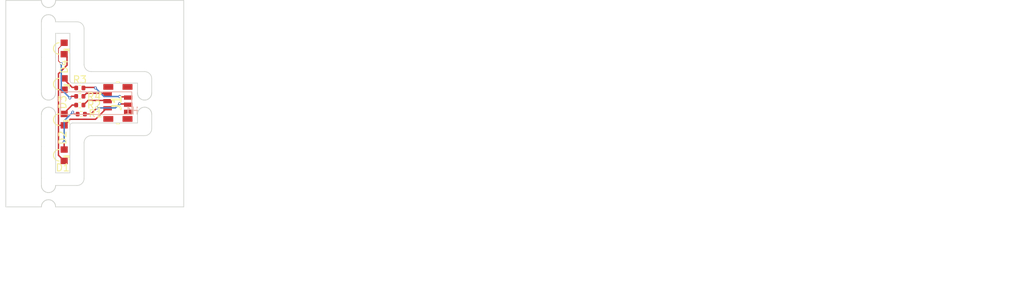
<source format=kicad_pcb>
(kicad_pcb (version 20211014) (generator pcbnew)
  (title_block (title "ATCA Carrier LED PCB") (date "2023-01-05") (rev "1.0") (company "Karlsruhe Institute of Technology (KIT)") (comment 1 "Institute for Data Processing and Electronics (IPE)") (comment 2 "Carsten Schmerbeck") (comment 4 "Licensed under CERN-OHL-P v2"))
  (layers (0 "F.Cu" signal) (31 "B.Cu" signal) (34 "B.Paste" user) (35 "F.Paste" user) (36 "B.SilkS" user "B.Silkscreen") (37 "F.SilkS" user "F.Silkscreen") (38 "B.Mask" user) (39 "F.Mask" user) (44 "Edge.Cuts" user))
  (net 0 "")
  (net 1 "/BLUE")
  (net 2 "Net-(D1-Pad1)")
  (net 3 "/ORG")
  (net 4 "Net-(D2-Pad1)")
  (net 5 "/GRN")
  (net 6 "Net-(D3-Pad1)")
  (net 7 "/RED")
  (net 8 "Net-(D4-Pad1)")
  (net 9 "+5V")
  (footprint "KIT_Mechanical:MouseBite_Double" (layer "F.Cu") (at 112.5 111)
    (fp_text reference "REF**" hide)
    (fp_text value "MouseBite_Double")
    (fp_arc (start -1 1.5) (mid 0 0.5) (end 1 1.5) (layer "Edge.Cuts") (width 0.12))
    (fp_arc (start 1 -1.5) (mid 0 -0.5) (end -1 -1.5) (layer "Edge.Cuts") (width 0.12))
    (pad "" np_thru_hole circle locked (at -1 0.75) (size 0.2 0.2) (drill 0.2) (layers *.Cu *.Mask))
    (pad "" np_thru_hole circle locked (at -1 0.25) (size 0.2 0.2) (drill 0.2) (layers *.Cu *.Mask))
    (pad "" np_thru_hole circle locked (at -1 -0.25) (size 0.2 0.2) (drill 0.2) (layers *.Cu *.Mask))
    (pad "" np_thru_hole circle locked (at -1 -0.75) (size 0.2 0.2) (drill 0.2) (layers *.Cu *.Mask))
    (pad "" np_thru_hole circle locked (at 1 0.75 180) (size 0.2 0.2) (drill 0.2) (layers *.Cu *.Mask))
    (pad "" np_thru_hole circle locked (at 1 -0.25 180) (size 0.2 0.2) (drill 0.2) (layers *.Cu *.Mask))
    (pad "" np_thru_hole circle locked (at 1 0.25 180) (size 0.2 0.2) (drill 0.2) (layers *.Cu *.Mask))
    (pad "" np_thru_hole circle locked (at 1 -0.75 180) (size 0.2 0.2) (drill 0.2) (layers *.Cu *.Mask))
  )
  (footprint "KIT_Mechanical:MouseBite_Double" (layer "F.Cu") (at 99 124)
    (fp_text reference "REF**" hide)
    (fp_text value "MouseBite_Double")
    (fp_arc (start 1 -1.5) (mid 0 -0.5) (end -1 -1.5) (layer "Edge.Cuts") (width 0.12))
    (fp_arc (start -1 1.5) (mid 0 0.5) (end 1 1.5) (layer "Edge.Cuts") (width 0.12))
    (pad "" np_thru_hole circle locked (at -1 -0.75) (size 0.2 0.2) (drill 0.2) (layers *.Cu *.Mask))
    (pad "" np_thru_hole circle locked (at -1 0.25) (size 0.2 0.2) (drill 0.2) (layers *.Cu *.Mask))
    (pad "" np_thru_hole circle locked (at 1 0.25 180) (size 0.2 0.2) (drill 0.2) (layers *.Cu *.Mask))
    (pad "" np_thru_hole circle locked (at 1 -0.75 180) (size 0.2 0.2) (drill 0.2) (layers *.Cu *.Mask))
    (pad "" np_thru_hole circle locked (at -1 -0.25) (size 0.2 0.2) (drill 0.2) (layers *.Cu *.Mask))
    (pad "" np_thru_hole circle locked (at -1 0.75) (size 0.2 0.2) (drill 0.2) (layers *.Cu *.Mask))
    (pad "" np_thru_hole circle locked (at 1 0.75 180) (size 0.2 0.2) (drill 0.2) (layers *.Cu *.Mask))
    (pad "" np_thru_hole circle locked (at 1 -0.25 180) (size 0.2 0.2) (drill 0.2) (layers *.Cu *.Mask))
  )
  (footprint "KIT_LED_SMD:APA1606x" (layer "F.Cu") (at 101.2 108.25 -90)
    (fp_text reference "D3" (at 2.55 0.2 90) (layer "F.SilkS"))
    (fp_text value "GRN")
    (fp_line (start 0.1 0) (end 0.1 -0.7) (layer "F.SilkS") (width 0.15))
    (fp_line (start 0.25 -0.6) (end 0.1 -0.6) (layer "F.SilkS") (width 0.15))
    (fp_line (start 0.25 0) (end 0.1 0) (layer "F.SilkS") (width 0.15))
    (fp_line (start 0.1 -0.7) (end 0.6 -0.7) (layer "F.SilkS") (width 0.15))
    (fp_line (start 0.25 0) (end 0.25 -0.6) (layer "F.SilkS") (width 0.15))
    (fp_arc (start 0.8 0.7) (mid 0 1.5) (end -0.8 0.7) (layer "F.SilkS") (width 0.15))
    (pad "1" smd rect (at -0.8 0 270) (size 0.9 1) (layers "F.Cu" "F.Paste" "F.Mask") (net 6 "Net-(D3-Pad1)"))
    (pad "2" smd rect (at 0.8 0 270) (size 0.9 1) (layers "F.Cu" "F.Paste" "F.Mask") (net 9 "+5V"))
  )
  (footprint "Resistor_SMD:R_0402_1005Metric" (layer "F.Cu") (at 103.4 108.8)
    (fp_text reference "R3" (at 0 -1.17) (layer "F.SilkS"))
    (fp_text value "150")
    (fp_line (start -0.153641 -0.38) (end 0.153641 -0.38) (layer "F.SilkS") (width 0.12))
    (fp_line (start -0.153641 0.38) (end 0.153641 0.38) (layer "F.SilkS") (width 0.12))
    (pad "1" smd roundrect (at -0.51 0) (size 0.54 0.64) (layers "F.Cu" "F.Paste" "F.Mask") (net 6 "Net-(D3-Pad1)"))
    (pad "2" smd roundrect (at 0.51 0) (size 0.54 0.64) (layers "F.Cu" "F.Paste" "F.Mask") (net 5 "/GRN"))
  )
  (footprint "KIT_Mechanical:MouseBite_Double" (layer "F.Cu") (at 99 98)
    (fp_text reference "REF**" hide)
    (fp_text value "MouseBite_Double")
    (fp_arc (start -1 1.5) (mid 0 0.5) (end 1 1.5) (layer "Edge.Cuts") (width 0.12))
    (fp_arc (start 1 -1.5) (mid 0 -0.5) (end -1 -1.5) (layer "Edge.Cuts") (width 0.12))
    (pad "" np_thru_hole circle locked (at 1 -0.75 180) (size 0.2 0.2) (drill 0.2) (layers *.Cu *.Mask))
    (pad "" np_thru_hole circle locked (at -1 -0.75) (size 0.2 0.2) (drill 0.2) (layers *.Cu *.Mask))
    (pad "" np_thru_hole circle locked (at 1 -0.25 180) (size 0.2 0.2) (drill 0.2) (layers *.Cu *.Mask))
    (pad "" np_thru_hole circle locked (at -1 0.25) (size 0.2 0.2) (drill 0.2) (layers *.Cu *.Mask))
    (pad "" np_thru_hole circle locked (at 1 0.25 180) (size 0.2 0.2) (drill 0.2) (layers *.Cu *.Mask))
    (pad "" np_thru_hole circle locked (at -1 0.75) (size 0.2 0.2) (drill 0.2) (layers *.Cu *.Mask))
    (pad "" np_thru_hole circle locked (at -1 -0.25) (size 0.2 0.2) (drill 0.2) (layers *.Cu *.Mask))
    (pad "" np_thru_hole circle locked (at 1 0.75 180) (size 0.2 0.2) (drill 0.2) (layers *.Cu *.Mask))
  )
  (footprint "Resistor_SMD:R_0402_1005Metric" (layer "F.Cu") (at 103.4 111.2)
    (fp_text reference "R2" (at 2 -0.02) (layer "F.SilkS"))
    (fp_text value "150")
    (fp_line (start -0.153641 -0.38) (end 0.153641 -0.38) (layer "F.SilkS") (width 0.12))
    (fp_line (start -0.153641 0.38) (end 0.153641 0.38) (layer "F.SilkS") (width 0.12))
    (pad "1" smd roundrect (at -0.51 0) (size 0.54 0.64) (layers "F.Cu" "F.Paste" "F.Mask") (net 4 "Net-(D2-Pad1)"))
    (pad "2" smd roundrect (at 0.51 0) (size 0.54 0.64) (layers "F.Cu" "F.Paste" "F.Mask") (net 3 "/ORG"))
  )
  (footprint "KIT_Mechanical:MouseBite_Double" (layer "F.Cu") (at 99 111)
    (fp_text reference "REF**" hide)
    (fp_text value "MouseBite_Double")
    (fp_arc (start -1 1.5) (mid 0 0.5) (end 1 1.5) (layer "Edge.Cuts") (width 0.12))
    (fp_arc (start 1 -1.5) (mid 0 -0.5) (end -1 -1.5) (layer "Edge.Cuts") (width 0.12))
    (pad "" np_thru_hole circle locked (at -1 -0.25) (size 0.2 0.2) (drill 0.2) (layers *.Cu *.Mask))
    (pad "" np_thru_hole circle locked (at -1 -0.75) (size 0.2 0.2) (drill 0.2) (layers *.Cu *.Mask))
    (pad "" np_thru_hole circle locked (at -1 0.25) (size 0.2 0.2) (drill 0.2) (layers *.Cu *.Mask))
    (pad "" np_thru_hole circle locked (at 1 0.25 180) (size 0.2 0.2) (drill 0.2) (layers *.Cu *.Mask))
    (pad "" np_thru_hole circle locked (at 1 -0.75 180) (size 0.2 0.2) (drill 0.2) (layers *.Cu *.Mask))
    (pad "" np_thru_hole circle locked (at 1 0.75 180) (size 0.2 0.2) (drill 0.2) (layers *.Cu *.Mask))
    (pad "" np_thru_hole circle locked (at 1 -0.25 180) (size 0.2 0.2) (drill 0.2) (layers *.Cu *.Mask))
    (pad "" np_thru_hole circle locked (at -1 0.75) (size 0.2 0.2) (drill 0.2) (layers *.Cu *.Mask))
  )
  (footprint "KIT_LED_SMD:APA1606x" (layer "F.Cu") (at 101.2 113.25 -90)
    (fp_text reference "D2" (at 2.55 0.2 90) (layer "F.SilkS"))
    (fp_text value "ORG")
    (fp_line (start 0.25 0) (end 0.1 0) (layer "F.SilkS") (width 0.15))
    (fp_line (start 0.1 0) (end 0.1 -0.7) (layer "F.SilkS") (width 0.15))
    (fp_line (start 0.25 0) (end 0.25 -0.6) (layer "F.SilkS") (width 0.15))
    (fp_line (start 0.25 -0.6) (end 0.1 -0.6) (layer "F.SilkS") (width 0.15))
    (fp_line (start 0.1 -0.7) (end 0.6 -0.7) (layer "F.SilkS") (width 0.15))
    (fp_arc (start 0.8 0.7) (mid 0 1.5) (end -0.8 0.7) (layer "F.SilkS") (width 0.15))
    (pad "1" smd rect (at -0.8 0 270) (size 0.9 1) (layers "F.Cu" "F.Paste" "F.Mask") (net 4 "Net-(D2-Pad1)"))
    (pad "2" smd rect (at 0.8 0 270) (size 0.9 1) (layers "F.Cu" "F.Paste" "F.Mask") (net 9 "+5V"))
  )
  (footprint "KIT_LED_SMD:APA1606x" (layer "F.Cu") (at 101.2 103.25 -90)
    (fp_text reference "D4" (at 2.55 0 90) (layer "F.SilkS"))
    (fp_text value "RED")
    (fp_line (start 0.25 0) (end 0.25 -0.6) (layer "F.SilkS") (width 0.15))
    (fp_line (start 0.25 0) (end 0.1 0) (layer "F.SilkS") (width 0.15))
    (fp_line (start 0.25 -0.6) (end 0.1 -0.6) (layer "F.SilkS") (width 0.15))
    (fp_line (start 0.1 -0.7) (end 0.6 -0.7) (layer "F.SilkS") (width 0.15))
    (fp_line (start 0.1 0) (end 0.1 -0.7) (layer "F.SilkS") (width 0.15))
    (fp_arc (start 0.8 0.7) (mid 0 1.5) (end -0.8 0.7) (layer "F.SilkS") (width 0.15))
    (pad "1" smd rect (at -0.8 0 270) (size 0.9 1) (layers "F.Cu" "F.Paste" "F.Mask") (net 8 "Net-(D4-Pad1)"))
    (pad "2" smd rect (at 0.8 0 270) (size 0.9 1) (layers "F.Cu" "F.Paste" "F.Mask") (net 9 "+5V"))
  )
  (footprint "Resistor_SMD:R_0402_1005Metric" (layer "F.Cu") (at 103.4 109.97)
    (fp_text reference "R4" (at 2 0.03) (layer "F.SilkS"))
    (fp_text value "150")
    (fp_line (start -0.153641 0.38) (end 0.153641 0.38) (layer "F.SilkS") (width 0.12))
    (fp_line (start -0.153641 -0.38) (end 0.153641 -0.38) (layer "F.SilkS") (width 0.12))
    (pad "1" smd roundrect (at -0.51 0) (size 0.54 0.64) (layers "F.Cu" "F.Paste" "F.Mask") (net 8 "Net-(D4-Pad1)"))
    (pad "2" smd roundrect (at 0.51 0) (size 0.54 0.64) (layers "F.Cu" "F.Paste" "F.Mask") (net 7 "/RED"))
  )
  (footprint "KIT_LED_SMD:APA1606x" (layer "F.Cu") (at 101.2 118.25 -90)
    (fp_text reference "D1" (at 1.75 0.2) (layer "F.SilkS"))
    (fp_text value "BLUE")
    (fp_line (start 0.1 0) (end 0.1 -0.7) (layer "F.SilkS") (width 0.15))
    (fp_line (start 0.1 -0.7) (end 0.6 -0.7) (layer "F.SilkS") (width 0.15))
    (fp_line (start 0.25 0) (end 0.1 0) (layer "F.SilkS") (width 0.15))
    (fp_line (start 0.25 -0.6) (end 0.1 -0.6) (layer "F.SilkS") (width 0.15))
    (fp_line (start 0.25 0) (end 0.25 -0.6) (layer "F.SilkS") (width 0.15))
    (fp_arc (start 0.8 0.7) (mid 0 1.5) (end -0.8 0.7) (layer "F.SilkS") (width 0.15))
    (pad "1" smd rect (at -0.8 0 270) (size 0.9 1) (layers "F.Cu" "F.Paste" "F.Mask") (net 2 "Net-(D1-Pad1)"))
    (pad "2" smd rect (at 0.8 0 270) (size 0.9 1) (layers "F.Cu" "F.Paste" "F.Mask") (net 9 "+5V"))
  )
  (footprint "Resistor_SMD:R_0402_1005Metric" (layer "F.Cu") (at 103.6 112.47)
    (fp_text reference "R1" (at 2 -0.07) (layer "F.SilkS"))
    (fp_text value "82")
    (fp_line (start -0.153641 0.38) (end 0.153641 0.38) (layer "F.SilkS") (width 0.12))
    (fp_line (start -0.153641 -0.38) (end 0.153641 -0.38) (layer "F.SilkS") (width 0.12))
    (pad "1" smd roundrect (at -0.51 0) (size 0.54 0.64) (layers "F.Cu" "F.Paste" "F.Mask") (net 2 "Net-(D1-Pad1)"))
    (pad "2" smd roundrect (at 0.51 0) (size 0.54 0.64) (layers "F.Cu" "F.Paste" "F.Mask") (net 1 "/BLUE"))
  )
  (footprint "KIT_Connector:50195106501" (layer "F.Cu") (at 108.75 110.9 -90)
    (fp_text reference "J1" (at 0 0.175 90) (layer "F.SilkS") (effects (font (size 1.27 1.27) (thickness 0.254))))
    (fp_text value "501951-0650" hide)
    (fp_line (start -1.2 2.5) (end -1.2 2.5) (layer "F.SilkS") (width 0.2))
    (fp_line (start -1.4 2.5) (end -1.4 2.5) (layer "F.SilkS") (width 0.2))
    (fp_line (start 2.9 -0.2) (end 2.9 0.2) (layer "F.SilkS") (width 0.2))
    (fp_line (start -2.9 -0.2) (end -2.9 0.2) (layer "F.SilkS") (width 0.2))
    (fp_arc (start -1.4 2.5) (mid -1.3 2.4) (end -1.2 2.5) (layer "F.SilkS") (width 0.2))
    (fp_arc (start -1.2 2.5) (mid -1.3 2.6) (end -1.4 2.5) (layer "F.SilkS") (width 0.2))
    (pad "1" smd rect (at -1.25 1.45 270) (size 0.6 1.2) (layers "F.Cu" "F.Paste" "F.Mask") (net 7 "/RED"))
    (pad "2" smd rect (at -0.75 -1.45 270) (size 0.6 1.2) (layers "F.Cu" "F.Paste" "F.Mask") (net 5 "/GRN"))
    (pad "3" smd rect (at -0.25 1.45 270) (size 0.6 1.2) (layers "F.Cu" "F.Paste" "F.Mask") (net 3 "/ORG"))
    (pad "4" smd rect (at 0.25 -1.45 270) (size 0.6 1.2) (layers "F.Cu" "F.Paste" "F.Mask") (net 1 "/BLUE"))
    (pad "5" smd rect (at 0.75 1.45 270) (size 0.6 1.2) (layers "F.Cu" "F.Paste" "F.Mask") (net 9 "+5V"))
    (pad "6" smd rect (at 1.25 -1.45 270) (size 0.6 1.2) (layers "F.Cu" "F.Paste" "F.Mask"))
    (pad "MP1" smd rect (at -2.25 1.35 270) (size 0.8 1.4) (layers "F.Cu" "F.Paste" "F.Mask"))
    (pad "MP2" smd rect (at -2.25 -1.35 270) (size 0.8 1.4) (layers "F.Cu" "F.Paste" "F.Mask"))
    (pad "MP3" smd rect (at 2.25 1.35 270) (size 0.8 1.4) (layers "F.Cu" "F.Paste" "F.Mask"))
    (pad "MP4" smd rect (at 2.25 -1.35 270) (size 0.8 1.4) (layers "F.Cu" "F.Paste" "F.Mask"))
  )
  (footprint "KIT_Mechanical:0.125-5-4910" (layer "B.Cu") (at 110.7 112.52 180)
    (fp_text reference "H1" (at 0 0.5 unlocked) (layer "B.SilkS") (effects (justify mirror)))
    (fp_text value "0.125-5-4910")
    (fp_rect (start 0 0) (end 10 3.18) (layer "B.SilkS") (width 0.12) (fill none))
  )
  (gr_line (start 98 122.5) (end 98 121.5) (layer "Edge.Cuts") (width 0.1))
  (gr_line (start 103 99.5) (end 100 99.5) (layer "Edge.Cuts") (width 0.1))
  (gr_line (start 111.5 112.5) (end 111.5 113.72) (layer "Edge.Cuts") (width 0.1))
  (gr_line (start 93 125.5) (end 98 125.5) (layer "Edge.Cuts") (width 0.1))
  (gr_line (start 102.4 113.72) (end 111.5 113.72) (layer "Edge.Cuts") (width 0.1))
  (gr_line (start 111.5 109.5) (end 111.5 108.12) (layer "Edge.Cuts") (width 0.1))
  (gr_line (start 102.4 108.12) (end 111.5 108.12) (layer "Edge.Cuts") (width 0.1))
  (gr_arc (start 105 106.5) (mid 104.292893 106.207107) (end 104 105.5) (layer "Edge.Cuts") (width 0.1))
  (gr_line (start 98 121.5) (end 98 117) (layer "Edge.Cuts") (width 0.1))
  (gr_line (start 100 117) (end 100 120.72) (layer "Edge.Cuts") (width 0.1))
  (gr_line (start 118 125.5) (end 100 125.5) (layer "Edge.Cuts") (width 0.1))
  (gr_line (start 102 120.72) (end 102 114.12) (layer "Edge.Cuts") (width 0.1))
  (gr_line (start 100 104.5) (end 100 101.12) (layer "Edge.Cuts") (width 0.1))
  (gr_line (start 112.5 115.5) (end 105 115.5) (layer "Edge.Cuts") (width 0.1))
  (gr_line (start 118 96.5) (end 118 125.5) (layer "Edge.Cuts") (width 0.1))
  (gr_line (start 98 109.5) (end 98 104.5) (layer "Edge.Cuts") (width 0.1))
  (gr_line (start 113.5 109.5) (end 113.5 107.5) (layer "Edge.Cuts") (width 0.1))
  (gr_arc (start 103 99.5) (mid 103.707107 99.792893) (end 104 100.5) (layer "Edge.Cuts") (width 0.1))
  (gr_arc (start 102.4 108.12) (mid 102.117157 108.002843) (end 102 107.72) (layer "Edge.Cuts") (width 0.1))
  (gr_line (start 93 125.5) (end 93 96.5) (layer "Edge.Cuts") (width 0.1))
  (gr_arc (start 104 121.5) (mid 103.707107 122.207107) (end 103 122.5) (layer "Edge.Cuts") (width 0.1))
  (gr_line (start 105 106.5) (end 112.5 106.5) (layer "Edge.Cuts") (width 0.1))
  (gr_line (start 98 100.5) (end 98 99.5) (layer "Edge.Cuts") (width 0.1))
  (gr_line (start 98 104.5) (end 98 100.5) (layer "Edge.Cuts") (width 0.1))
  (gr_line (start 104 100.5) (end 104 105.5) (layer "Edge.Cuts") (width 0.1))
  (gr_arc (start 102 114.12) (mid 102.117157 113.837157) (end 102.4 113.72) (layer "Edge.Cuts") (width 0.1))
  (gr_line (start 98 96.5) (end 93 96.5) (layer "Edge.Cuts") (width 0.1))
  (gr_arc (start 104 116.5) (mid 104.292893 115.792893) (end 105 115.5) (layer "Edge.Cuts") (width 0.1))
  (gr_line (start 100 96.5) (end 118 96.5) (layer "Edge.Cuts") (width 0.1))
  (gr_line (start 100 101.12) (end 102 101.12) (layer "Edge.Cuts") (width 0.1))
  (gr_arc (start 113.5 114.5) (mid 113.207107 115.207107) (end 112.5 115.5) (layer "Edge.Cuts") (width 0.1))
  (gr_line (start 104 116.5) (end 104 121.5) (layer "Edge.Cuts") (width 0.1))
  (gr_line (start 98 117) (end 98 112.5) (layer "Edge.Cuts") (width 0.1))
  (gr_line (start 102 101.12) (end 102 107.72) (layer "Edge.Cuts") (width 0.1))
  (gr_line (start 100 104.5) (end 100 109.5) (layer "Edge.Cuts") (width 0.1))
  (gr_line (start 100 112.5) (end 100 117) (layer "Edge.Cuts") (width 0.1))
  (gr_arc (start 112.5 106.5) (mid 113.207107 106.792893) (end 113.5 107.5) (layer "Edge.Cuts") (width 0.1))
  (gr_line (start 100 120.72) (end 102 120.72) (layer "Edge.Cuts") (width 0.1))
  (gr_line (start 100 122.5) (end 103 122.5) (layer "Edge.Cuts") (width 0.1))
  (gr_line (start 113.5 114.5) (end 113.5 112.5) (layer "Edge.Cuts") (width 0.1))
  (segment (start 104.11 112.47) (end 104.93 112.47) (width 0.2) (layer "F.Cu") (net 1))
  (segment (start 104.93 112.47) (end 105.8 111.6) (width 0.2) (layer "F.Cu") (net 1))
  (segment (start 110.15 111.05) (end 109.05 111.05) (width 0.2) (layer "F.Cu") (net 1))
  (segment (start 109.05 111.05) (end 109 111) (width 0.2) (layer "F.Cu") (net 1))
  (via (at 105.8 111.6) (size 0.4) (drill 0.2) (layers "F.Cu" "B.Cu") (net 1))
  (via (at 109 111) (size 0.4) (drill 0.2) (layers "F.Cu" "B.Cu") (net 1))
  (segment (start 108.4 111.6) (end 105.8 111.6) (width 0.2) (layer "B.Cu") (net 1))
  (segment (start 109 111) (end 108.4 111.6) (width 0.2) (layer "B.Cu") (net 1))
  (segment (start 102.4 112.2) (end 102.67 112.47) (width 0.1) (layer "F.Cu") (net 2))
  (segment (start 102.67 112.47) (end 103.09 112.47) (width 0.1) (layer "F.Cu") (net 2))
  (segment (start 101.2 117.45) (end 101.2 116.4) (width 0.2) (layer "F.Cu") (net 2))
  (via (at 101.2 116.4) (size 0.4) (drill 0.2) (layers "F.Cu" "B.Cu") (net 2))
  (via (at 102.4 112.2) (size 0.4) (drill 0.2) (layers "F.Cu" "B.Cu") (net 2))
  (segment (start 102.4 112.2) (end 101.2 113.4) (width 0.2) (layer "B.Cu") (net 2))
  (segment (start 101.2 113.4) (end 101.2 116.4) (width 0.2) (layer "B.Cu") (net 2))
  (segment (start 107.25 110.55) (end 104.56 110.55) (width 0.2) (layer "F.Cu") (net 3))
  (segment (start 104.56 110.55) (end 103.91 111.2) (width 0.2) (layer "F.Cu") (net 3))
  (segment (start 102.89 111.2) (end 102.325 111.2) (width 0.2) (layer "F.Cu") (net 4))
  (segment (start 102.325 111.2) (end 101.2 112.325) (width 0.2) (layer "F.Cu") (net 4))
  (segment (start 101.2 112.325) (end 101.2 112.45) (width 0.2) (layer "F.Cu") (net 4))
  (segment (start 103.91 108.72) (end 105.52 108.72) (width 0.2) (layer "F.Cu") (net 5))
  (segment (start 110.15 110.05) (end 109.05 110.05) (width 0.2) (layer "F.Cu") (net 5))
  (segment (start 109.05 110.05) (end 109 110) (width 0.2) (layer "F.Cu") (net 5))
  (segment (start 105.52 108.72) (end 105.6 108.8) (width 0.2) (layer "F.Cu") (net 5))
  (via (at 109 110) (size 0.4) (drill 0.2) (layers "F.Cu" "B.Cu") (net 5))
  (via (at 105.6 108.8) (size 0.4) (drill 0.2) (layers "F.Cu" "B.Cu") (net 5))
  (segment (start 105.6 108.8) (end 106.8 110) (width 0.2) (layer "B.Cu") (net 5))
  (segment (start 106.8 110) (end 109 110) (width 0.2) (layer "B.Cu") (net 5))
  (segment (start 102.32 108.72) (end 101.2 107.6) (width 0.2) (layer "F.Cu") (net 6))
  (segment (start 101.2 107.6) (end 101.2 107.45) (width 0.2) (layer "F.Cu") (net 6))
  (segment (start 102.89 108.72) (end 102.32 108.72) (width 0.2) (layer "F.Cu") (net 6))
  (segment (start 104.33 109.55) (end 103.91 109.97) (width 0.2) (layer "F.Cu") (net 7))
  (segment (start 107.25 109.55) (end 104.33 109.55) (width 0.2) (layer "F.Cu") (net 7))
  (segment (start 100.4 103.25) (end 100.4 104.4) (width 0.1) (layer "F.Cu") (net 8))
  (segment (start 100.4 105) (end 100.8 105.4) (width 0.1) (layer "F.Cu") (net 8))
  (segment (start 100.4 104.4) (end 100.4 105) (width 0.1) (layer "F.Cu") (net 8))
  (segment (start 102.23 109.97) (end 102.89 109.97) (width 0.2) (layer "F.Cu") (net 8))
  (segment (start 102 110.2) (end 102.23 109.97) (width 0.2) (layer "F.Cu") (net 8))
  (segment (start 101.2 102.45) (end 100.4 103.25) (width 0.1) (layer "F.Cu") (net 8))
  (via (at 102 110.2) (size 0.4) (drill 0.2) (layers "F.Cu" "B.Cu") (net 8))
  (via (at 100.8 105.4) (size 0.4) (drill 0.2) (layers "F.Cu" "B.Cu") (net 8))
  (segment (start 102 110.2) (end 100.8 109) (width 0.2) (layer "B.Cu") (net 8))
  (segment (start 100.8 109) (end 100.8 105.4) (width 0.2) (layer "B.Cu") (net 8))
  (segment (start 100.4 106.8) (end 101.6 105.6) (width 0.1) (layer "F.Cu") (net 9))
  (segment (start 100.4 109) (end 100.4 106.8) (width 0.1) (layer "F.Cu") (net 9))
  (segment (start 100.45 114.05) (end 100.4 114) (width 0.2) (layer "F.Cu") (net 9))
  (segment (start 100.4 118.25) (end 100.4 114) (width 0.1) (layer "F.Cu") (net 9))
  (segment (start 101.2 119.05) (end 100.400489 118.250489) (width 0.2) (layer "F.Cu") (net 9))
  (segment (start 100.400489 118.250489) (end 100.400489 106.799511) (width 0.2) (layer "F.Cu") (net 9))
  (segment (start 101.2 109.05) (end 100.45 109.05) (width 0.2) (layer "F.Cu") (net 9))
  (segment (start 101.6 105.6) (end 101.6 104.45) (width 0.2) (layer "F.Cu") (net 9))
  (segment (start 107.25 111.55) (end 105.6 113.2) (width 0.2) (layer "F.Cu") (net 9))
  (segment (start 101.6 104.45) (end 101.2 104.05) (width 0.2) (layer "F.Cu") (net 9))
  (segment (start 100.4 114) (end 100.4 109) (width 0.1) (layer "F.Cu") (net 9))
  (segment (start 101.2 114.05) (end 100.45 114.05) (width 0.2) (layer "F.Cu") (net 9))
  (segment (start 100.400489 106.799511) (end 101.6 105.6) (width 0.2) (layer "F.Cu") (net 9))
  (segment (start 100.45 109.05) (end 100.4 109) (width 0.2) (layer "F.Cu") (net 9))
  (segment (start 102.05 113.2) (end 101.2 114.05) (width 0.2) (layer "F.Cu") (net 9))
  (segment (start 101.2 119.05) (end 100.4 118.25) (width 0.1) (layer "F.Cu") (net 9))
  (segment (start 105.6 113.2) (end 102.05 113.2) (width 0.2) (layer "F.Cu") (net 9))
)
</source>
